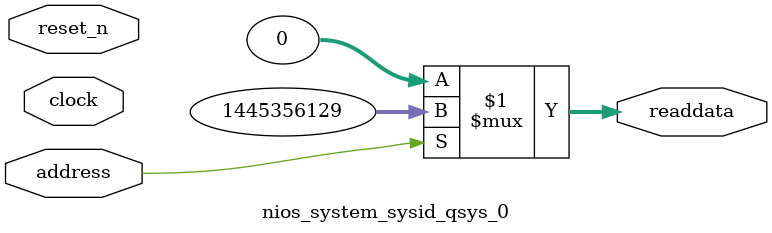
<source format=v>

`timescale 1ns / 1ps
// synthesis translate_on

// turn off superfluous verilog processor warnings 
// altera message_level Level1 
// altera message_off 10034 10035 10036 10037 10230 10240 10030 

module nios_system_sysid_qsys_0 (
               // inputs:
                address,
                clock,
                reset_n,

               // outputs:
                readdata
             )
;

  output  [ 31: 0] readdata;
  input            address;
  input            clock;
  input            reset_n;

  wire    [ 31: 0] readdata;
  //control_slave, which is an e_avalon_slave
  assign readdata = address ? 1445356129 : 0;

endmodule




</source>
